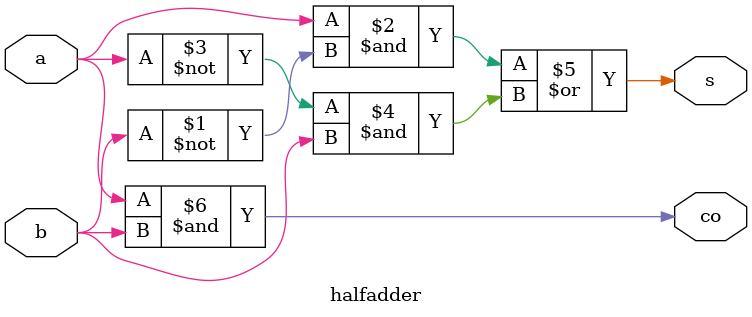
<source format=sv>
module halfadder
(
	input	logic	a,
	input	logic	b,
	output	logic	co,
	output	logic	s
);
	assign s =
		( a & ~b) |
		(~a &  b) ;
	assign co = a & b;
endmodule

</source>
